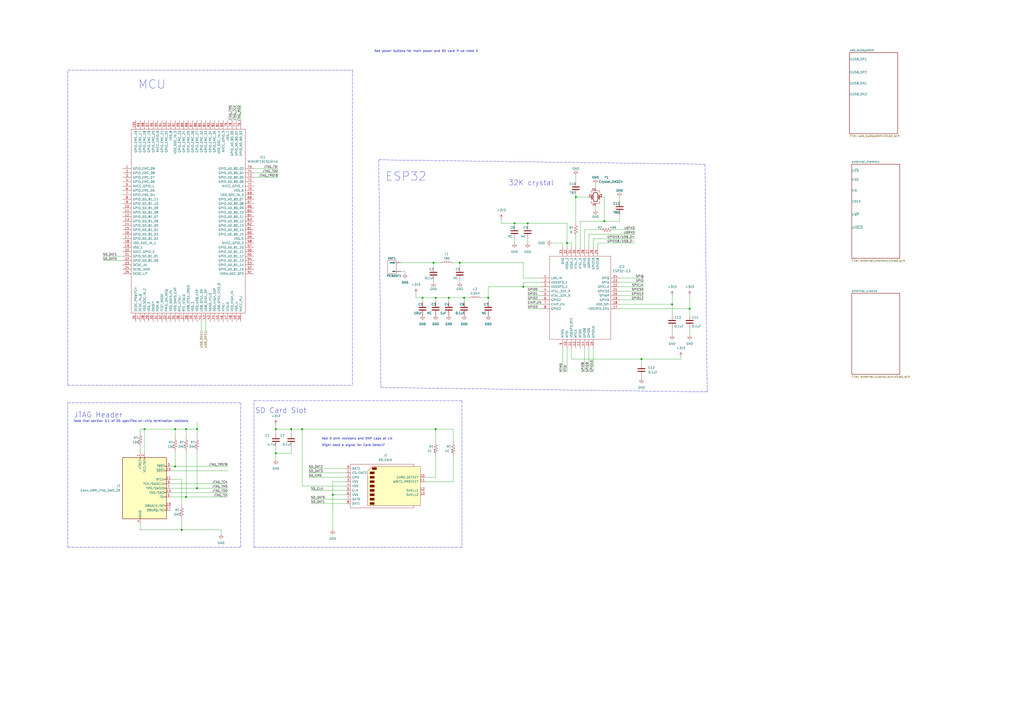
<source format=kicad_sch>
(kicad_sch (version 20211123) (generator eeschema)
  (paper "A2")
  (lib_symbols
    (symbol "Connector:Conn_ARM_JTAG_SWD_20" (pin_names (offset 1.016))
      (property "Reference" "J" (at -5.08 21.59 0))
      (property "Value" "Conn_ARM_JTAG_SWD_20" (at -5.08 19.05 0))
      (symbol "Conn_ARM_JTAG_SWD_20_0_1"
        (rectangle (start -12.7 17.78) (end 12.7 -17.78) (stroke (width 0.254)) (fill (type background)))
        (rectangle (start -2.794 -17.78) (end -2.286 -16.764))
        (rectangle (start -2.794 17.78) (end -2.286 16.764))
        (rectangle (start -0.254 17.78) (end 0.254 16.764))
        (rectangle (start 11.684 2.286) (end 12.7 2.794))
        (rectangle (start 12.7 -12.446) (end 11.684 -12.954))
        (rectangle (start 12.7 -9.906) (end 11.684 -10.414))
        (rectangle (start 12.7 -2.794) (end 11.684 -2.286))
        (rectangle (start 12.7 -0.254) (end 11.684 0.254))
        (rectangle (start 12.7 4.826) (end 11.684 5.334))
        (rectangle (start 12.7 10.414) (end 11.684 9.906))
        (rectangle (start 12.7 12.954) (end 11.684 12.446))
      )
      (symbol "Conn_ARM_JTAG_SWD_20_1_1"
        (rectangle (start 11.684 -5.334) (end 12.7 -4.826))
        (pin power_in line (at -2.54 20.32 270) (length 2.54) (name "VTREF") (number "1"))
        (pin passive line (at -2.54 -20.32 90) (length 2.54) hide (name "GND") (number "10"))
        (pin input line (at 15.24 5.08 180) (length 2.54) (name "RTCK") (number "11"))
        (pin passive line (at -2.54 -20.32 90) (length 2.54) hide (name "GND") (number "12"))
        (pin input line (at 15.24 -2.54 180) (length 2.54) (name "TDO/SWO") (number "13"))
        (pin passive line (at -2.54 -20.32 90) (length 2.54) hide (name "GND") (number "14"))
        (pin bidirectional line (at 15.24 10.16 180) (length 2.54) (name "~{SRST}") (number "15"))
        (pin passive line (at -2.54 -20.32 90) (length 2.54) hide (name "GND") (number "16"))
        (pin output line (at 15.24 -12.7 180) (length 2.54) (name "DBGRQ/NC") (number "17"))
        (pin passive line (at -2.54 -20.32 90) (length 2.54) hide (name "GND") (number "18"))
        (pin input line (at 15.24 -10.16 180) (length 2.54) (name "DBGACK/NC") (number "19"))
        (pin power_in line (at 0 20.32 270) (length 2.54) (name "VCC/NC") (number "2"))
        (pin passive line (at -2.54 -20.32 90) (length 2.54) hide (name "GND") (number "20"))
        (pin output line (at 15.24 12.7 180) (length 2.54) (name "~{TRST}") (number "3"))
        (pin power_in line (at -2.54 -20.32 90) (length 2.54) (name "GND") (number "4"))
        (pin output line (at 15.24 -5.08 180) (length 2.54) (name "TDI") (number "5"))
        (pin passive line (at -2.54 -20.32 90) (length 2.54) hide (name "GND") (number "6"))
        (pin output line (at 15.24 0 180) (length 2.54) (name "TMS/SWDIO") (number "7"))
        (pin passive line (at -2.54 -20.32 90) (length 2.54) hide (name "GND") (number "8"))
        (pin output line (at 15.24 2.54 180) (length 2.54) (name "TCK/SWDCLK") (number "9"))
      )
    )
    (symbol "Connector:SD_Card" (pin_names (offset 1.016))
      (property "Reference" "J" (at -16.51 13.97 0))
      (property "Value" "SD_Card" (at 15.24 -13.97 0))
      (symbol "SD_Card_0_1"
        (rectangle (start -8.89 -9.525) (end -6.35 -10.795) (fill (type outline)))
        (rectangle (start -8.89 -6.985) (end -6.35 -8.255) (fill (type outline)))
        (rectangle (start -8.89 -4.445) (end -6.35 -5.715) (fill (type outline)))
        (rectangle (start -8.89 -1.905) (end -6.35 -3.175) (fill (type outline)))
        (rectangle (start -8.89 0.635) (end -6.35 -0.635) (fill (type outline)))
        (rectangle (start -8.89 3.175) (end -6.35 1.905) (fill (type outline)))
        (rectangle (start -8.89 5.715) (end -6.35 4.445) (fill (type outline)))
        (rectangle (start -8.89 8.255) (end -6.35 6.985) (fill (type outline)))
        (rectangle (start -7.62 10.795) (end -5.08 9.525) (fill (type outline)))
        (polyline (pts (xy -10.16 8.89) (xy -7.62 11.43) (xy 20.32 11.43) (xy 20.32 -11.43) (xy -10.16 -11.43) (xy -10.16 8.89)) (fill (type background)))
        (polyline (pts (xy 16.51 11.43) (xy 16.51 12.7) (xy -20.32 12.7) (xy -20.32 -12.7) (xy 16.51 -12.7) (xy 16.51 -11.43)))
      )
      (symbol "SD_Card_1_1"
        (pin input line (at -22.86 7.62 0) (length 2.54) (name "CD/DAT3") (number "1"))
        (pin input line (at 22.86 5.08 180) (length 2.54) (name "CARD_DETECT") (number "10"))
        (pin input line (at 22.86 2.54 180) (length 2.54) (name "WRITE_PROTECT") (number "11"))
        (pin input line (at 22.86 -2.54 180) (length 2.54) (name "SHELL1") (number "12"))
        (pin input line (at 22.86 -5.08 180) (length 2.54) (name "SHELL2") (number "13"))
        (pin input line (at -22.86 5.08 0) (length 2.54) (name "CMD") (number "2"))
        (pin power_in line (at -22.86 2.54 0) (length 2.54) (name "VSS") (number "3"))
        (pin power_in line (at -22.86 0 0) (length 2.54) (name "VDD") (number "4"))
        (pin input line (at -22.86 -2.54 0) (length 2.54) (name "CLK") (number "5"))
        (pin power_in line (at -22.86 -5.08 0) (length 2.54) (name "VSS") (number "6"))
        (pin input line (at -22.86 -7.62 0) (length 2.54) (name "DAT0") (number "7"))
        (pin input line (at -22.86 -10.16 0) (length 2.54) (name "DAT1") (number "8"))
        (pin input line (at -22.86 10.16 0) (length 2.54) (name "DAT2") (number "9"))
      )
    )
    (symbol "Custom:ANT1"
      (property "Reference" "PCBANT" (at 0 -5.08 0))
      (property "Value" "ANT1" (at 0 5.08 0))
      (symbol "ANT1_0_1"
        (rectangle (start -2.54 3.81) (end 2.54 -3.81))
      )
      (symbol "ANT1_1_1"
        (pin power_in line (at 5.08 -2.54 180) (length 2.54) (name "GND") (number ""))
        (pin output line (at 5.08 2.54 180) (length 2.54) (name "LNA_OUT") (number ""))
      )
    )
    (symbol "Device:C" (pin_numbers hide) (pin_names (offset 0.254))
      (property "Reference" "C" (at 0.635 2.54 0))
      (property "Value" "C" (at 0.635 -2.54 0))
      (symbol "C_0_1"
        (polyline (pts (xy -2.032 -0.762) (xy 2.032 -0.762)) (stroke (width 0.508)))
        (polyline (pts (xy -2.032 0.762) (xy 2.032 0.762)) (stroke (width 0.508)))
      )
      (symbol "C_1_1"
        (pin passive line (at 0 3.81 270) (length 2.794) (name "~") (number "1"))
        (pin passive line (at 0 -3.81 90) (length 2.794) (name "~") (number "2"))
      )
    )
    (symbol "Device:Crystal_GND24" (pin_names (offset 1.016) hide)
      (property "Reference" "Y" (at 3.175 5.08 0))
      (property "Value" "Crystal_GND24" (at 3.175 3.175 0))
      (symbol "Crystal_GND24_0_1"
        (rectangle (start -1.143 2.54) (end 1.143 -2.54) (stroke (width 0.3048)))
        (polyline (pts (xy -2.54 0) (xy -2.032 0)))
        (polyline (pts (xy -2.032 -1.27) (xy -2.032 1.27)) (stroke (width 0.508)))
        (polyline (pts (xy 0 -3.81) (xy 0 -3.556)))
        (polyline (pts (xy 0 3.556) (xy 0 3.81)))
        (polyline (pts (xy 2.032 -1.27) (xy 2.032 1.27)) (stroke (width 0.508)))
        (polyline (pts (xy 2.032 0) (xy 2.54 0)))
        (polyline (pts (xy -2.54 -2.286) (xy -2.54 -3.556) (xy 2.54 -3.556) (xy 2.54 -2.286)))
        (polyline (pts (xy -2.54 2.286) (xy -2.54 3.556) (xy 2.54 3.556) (xy 2.54 2.286)))
      )
      (symbol "Crystal_GND24_1_1"
        (pin passive line (at -3.81 0 0) (length 1.27) (name "1") (number "1"))
        (pin passive line (at 0 5.08 270) (length 1.27) (name "2") (number "2"))
        (pin passive line (at 3.81 0 180) (length 1.27) (name "3") (number "3"))
        (pin passive line (at 0 -5.08 90) (length 1.27) (name "4") (number "4"))
      )
    )
    (symbol "Device:L" (pin_numbers hide) (pin_names (offset 1.016) hide)
      (property "Reference" "L" (at -1.27 0 90))
      (property "Value" "L" (at 1.905 0 90))
      (symbol "L_0_1"
        (arc (start 0 -2.54) (mid 0.635 -1.905) (end 0 -1.27))
        (arc (start 0 -1.27) (mid 0.635 -0.635) (end 0 0))
        (arc (start 0 0) (mid 0.635 0.635) (end 0 1.27))
        (arc (start 0 1.27) (mid 0.635 1.905) (end 0 2.54))
      )
      (symbol "L_1_1"
        (pin passive line (at 0 3.81 270) (length 1.27) (name "1") (number "1"))
        (pin passive line (at 0 -3.81 90) (length 1.27) (name "2") (number "2"))
      )
    )
    (symbol "Device:R_US" (pin_numbers hide) (pin_names (offset 0))
      (property "Reference" "R" (at 2.54 0 90))
      (property "Value" "R_US" (at -2.54 0 90))
      (symbol "R_US_0_1"
        (polyline (pts (xy 0 -2.286) (xy 0 -2.54)))
        (polyline (pts (xy 0 2.286) (xy 0 2.54)))
        (polyline (pts (xy 0 -0.762) (xy 1.016 -1.143) (xy 0 -1.524) (xy -1.016 -1.905) (xy 0 -2.286)))
        (polyline (pts (xy 0 0.762) (xy 1.016 0.381) (xy 0 0) (xy -1.016 -0.381) (xy 0 -0.762)))
        (polyline (pts (xy 0 2.286) (xy 1.016 1.905) (xy 0 1.524) (xy -1.016 1.143) (xy 0 0.762)))
      )
      (symbol "R_US_1_1"
        (pin passive line (at 0 3.81 270) (length 1.27) (name "~") (number "1"))
        (pin passive line (at 0 -3.81 90) (length 1.27) (name "~") (number "2"))
      )
    )
    (symbol "MIMXRT1015CAF4A:MIMXRT1015CAF4A" (pin_names (offset 0.762))
      (property "Reference" "IC" (at 72.39 27.94 0))
      (property "Value" "MIMXRT1015CAF4A" (at 72.39 25.4 0))
      (symbol "MIMXRT1015CAF4A_0_0"
        (pin passive line (at 0 0 0) (length 5.08) (name "GPIO_EMC_09") (number "1"))
        (pin passive line (at 0 -22.86 0) (length 5.08) (name "GPIO_SD_B1_09") (number "10"))
        (pin passive line (at 7.62 27.94 270) (length 5.08) (name "GPIO_EMC_16") (number "100"))
        (pin passive line (at 0 -25.4 0) (length 5.08) (name "GPIO_SD_B1_08") (number "11"))
        (pin passive line (at 0 -27.94 0) (length 5.08) (name "GPIO_SD_B1_07") (number "12"))
        (pin passive line (at 0 -30.48 0) (length 5.08) (name "GPIO_SD_B1_06") (number "13"))
        (pin passive line (at 0 -33.02 0) (length 5.08) (name "GPIO_SD_B1_05") (number "14"))
        (pin passive line (at 0 -35.56 0) (length 5.08) (name "GPIO_SD_B1_04") (number "15"))
        (pin passive line (at 0 -38.1 0) (length 5.08) (name "GPIO_SD_B1_03") (number "16"))
        (pin passive line (at 0 -40.64 0) (length 5.08) (name "GPIO_SD_B1_02") (number "17"))
        (pin passive line (at 0 -43.18 0) (length 5.08) (name "VDD_SOC_IN_1") (number "18"))
        (pin passive line (at 0 -45.72 0) (length 5.08) (name "VSS_1") (number "19"))
        (pin passive line (at 0 -2.54 0) (length 5.08) (name "GPIO_EMC_08") (number "2"))
        (pin passive line (at 0 -48.26 0) (length 5.08) (name "NVCC_GPIO_2") (number "20"))
        (pin passive line (at 0 -50.8 0) (length 5.08) (name "GPIO_SD_B1_01") (number "21"))
        (pin passive line (at 0 -53.34 0) (length 5.08) (name "GPIO_SD_B1_00") (number "22"))
        (pin passive line (at 0 -55.88 0) (length 5.08) (name "DCDC_IN") (number "23"))
        (pin passive line (at 0 -58.42 0) (length 5.08) (name "DCDC_GND") (number "24"))
        (pin passive line (at 0 -60.96 0) (length 5.08) (name "DCDC_LP") (number "25"))
        (pin passive line (at 7.62 -88.9 90) (length 5.08) (name "DCDC_PSWITCH") (number "26"))
        (pin passive line (at 10.16 -88.9 90) (length 5.08) (name "DCDC_IN_Q") (number "27"))
        (pin passive line (at 12.7 -88.9 90) (length 5.08) (name "VDD_SOC_IN_2") (number "28"))
        (pin passive line (at 15.24 -88.9 90) (length 5.08) (name "VSS_2") (number "29"))
        (pin passive line (at 0 -5.08 0) (length 5.08) (name "GPIO_EMC_07") (number "3"))
        (pin passive line (at 17.78 -88.9 90) (length 5.08) (name "ONOFF") (number "30"))
        (pin passive line (at 20.32 -88.9 90) (length 5.08) (name "POR_B") (number "31"))
        (pin passive line (at 22.86 -88.9 90) (length 5.08) (name "TEST_MODE") (number "32"))
        (pin passive line (at 25.4 -88.9 90) (length 5.08) (name "PMIC_ON_REQ") (number "33"))
        (pin passive line (at 27.94 -88.9 90) (length 5.08) (name "VDD_SNVS_IN") (number "34"))
        (pin passive line (at 30.48 -88.9 90) (length 5.08) (name "VDD_SNVS_CAP") (number "35"))
        (pin passive line (at 33.02 -88.9 90) (length 5.08) (name "RTC_XTALI") (number "36"))
        (pin passive line (at 35.56 -88.9 90) (length 5.08) (name "RTC_XTALO") (number "37"))
        (pin passive line (at 38.1 -88.9 90) (length 5.08) (name "USB_OTG1_VBUS") (number "38"))
        (pin passive line (at 40.64 -88.9 90) (length 5.08) (name "VSS_3") (number "39"))
        (pin passive line (at 0 -7.62 0) (length 5.08) (name "GPIO_EMC_06") (number "4"))
        (pin passive line (at 43.18 -88.9 90) (length 5.08) (name "VDD_USB_CAP") (number "40"))
        (pin passive line (at 45.72 -88.9 90) (length 5.08) (name "USB_OTG1_DN") (number "41"))
        (pin passive line (at 48.26 -88.9 90) (length 5.08) (name "USB_OTG1_DP") (number "42"))
        (pin passive line (at 50.8 -88.9 90) (length 5.08) (name "NGND_KEL0") (number "43"))
        (pin passive line (at 53.34 -88.9 90) (length 5.08) (name "VDD_HIGH_CAP") (number "44"))
        (pin passive line (at 55.88 -88.9 90) (length 5.08) (name "USB_OTG1_CHD_B") (number "45"))
        (pin passive line (at 58.42 -88.9 90) (length 5.08) (name "XTALI") (number "46"))
        (pin passive line (at 60.96 -88.9 90) (length 5.08) (name "XTALO") (number "47"))
        (pin passive line (at 63.5 -88.9 90) (length 5.08) (name "VDD_HIGH_IN") (number "48"))
        (pin passive line (at 66.04 -88.9 90) (length 5.08) (name "VSS_4") (number "49"))
        (pin passive line (at 0 -10.16 0) (length 5.08) (name "NVCC_GPIO_1") (number "5"))
        (pin passive line (at 68.58 -88.9 90) (length 5.08) (name "NVCC_PLL") (number "50"))
        (pin passive line (at 76.2 -60.96 180) (length 5.08) (name "VDDA_ADC_3P3") (number "51"))
        (pin passive line (at 76.2 -58.42 180) (length 5.08) (name "GPIO_AD_B1_15") (number "52"))
        (pin passive line (at 76.2 -55.88 180) (length 5.08) (name "GPIO_AD_B1_14") (number "53"))
        (pin passive line (at 76.2 -53.34 180) (length 5.08) (name "GPIO_AD_B1_13") (number "54"))
        (pin passive line (at 76.2 -50.8 180) (length 5.08) (name "GPIO_AD_B1_12") (number "55"))
        (pin passive line (at 76.2 -48.26 180) (length 5.08) (name "GPIO_AD_B1_11") (number "56"))
        (pin passive line (at 76.2 -45.72 180) (length 5.08) (name "GPIO_AD_B1_10") (number "57"))
        (pin passive line (at 76.2 -43.18 180) (length 5.08) (name "NVCC_GPIO_3") (number "58"))
        (pin passive line (at 76.2 -40.64 180) (length 5.08) (name "VSS_5") (number "59"))
        (pin passive line (at 0 -12.7 0) (length 5.08) (name "GPIO_EMC_05") (number "6"))
        (pin passive line (at 76.2 -38.1 180) (length 5.08) (name "GPIO_AD_B0_15") (number "60"))
        (pin passive line (at 76.2 -35.56 180) (length 5.08) (name "GPIO_AD_B0_14") (number "61"))
        (pin passive line (at 76.2 -33.02 180) (length 5.08) (name "GPIO_AD_B0_13") (number "62"))
        (pin passive line (at 76.2 -30.48 180) (length 5.08) (name "GPIO_AD_B0_12") (number "63"))
        (pin passive line (at 76.2 -27.94 180) (length 5.08) (name "GPIO_AD_B0_11") (number "64"))
        (pin passive line (at 76.2 -25.4 180) (length 5.08) (name "GPIO_AD_B0_10") (number "65"))
        (pin passive line (at 76.2 -22.86 180) (length 5.08) (name "GPIO_AD_B0_09") (number "66"))
        (pin passive line (at 76.2 -20.32 180) (length 5.08) (name "GPIO_AD_B0_08") (number "67"))
        (pin passive line (at 76.2 -17.78 180) (length 5.08) (name "GPIO_AD_B0_07") (number "68"))
        (pin passive line (at 76.2 -15.24 180) (length 5.08) (name "VDD_SOC_IN_3") (number "69"))
        (pin passive line (at 0 -15.24 0) (length 5.08) (name "GPIO_EMC_04") (number "7"))
        (pin passive line (at 76.2 -12.7 180) (length 5.08) (name "VSS_6") (number "70"))
        (pin passive line (at 76.2 -10.16 180) (length 5.08) (name "NVCC_GPIO_4") (number "71"))
        (pin passive line (at 76.2 -7.62 180) (length 5.08) (name "GPIO_AD_B0_06") (number "72"))
        (pin passive line (at 76.2 -5.08 180) (length 5.08) (name "GPIO_AD_B0_05") (number "73"))
        (pin passive line (at 76.2 -2.54 180) (length 5.08) (name "GPIO_AD_B0_04") (number "74"))
        (pin passive line (at 76.2 0 180) (length 5.08) (name "GPIO_AD_B0_03") (number "75"))
        (pin passive line (at 68.58 27.94 270) (length 5.08) (name "GPIO_AD_B0_02") (number "76"))
        (pin passive line (at 66.04 27.94 270) (length 5.08) (name "GPIO_AD_B0_01") (number "77"))
        (pin passive line (at 63.5 27.94 270) (length 5.08) (name "GPIO_AD_B0_00") (number "78"))
        (pin passive line (at 60.96 27.94 270) (length 5.08) (name "VSS_7") (number "79"))
        (pin passive line (at 0 -17.78 0) (length 5.08) (name "GPIO_SD_B1_11") (number "8"))
        (pin passive line (at 58.42 27.94 270) (length 5.08) (name "NVCC_GPIO_5") (number "80"))
        (pin passive line (at 55.88 27.94 270) (length 5.08) (name "VDD_SOC_IN_4") (number "81"))
        (pin passive line (at 53.34 27.94 270) (length 5.08) (name "GPIO_EMC_35") (number "82"))
        (pin passive line (at 50.8 27.94 270) (length 5.08) (name "GPIO_EMC_34") (number "83"))
        (pin passive line (at 48.26 27.94 270) (length 5.08) (name "GPIO_EMC_33") (number "84"))
        (pin passive line (at 45.72 27.94 270) (length 5.08) (name "GPIO_EMC_32") (number "85"))
        (pin passive line (at 43.18 27.94 270) (length 5.08) (name "GPIO_EMC_27") (number "86"))
        (pin passive line (at 40.64 27.94 270) (length 5.08) (name "GPIO_EMC_26") (number "87"))
        (pin passive line (at 38.1 27.94 270) (length 5.08) (name "GPIO_EMC_25") (number "88"))
        (pin passive line (at 35.56 27.94 270) (length 5.08) (name "GPIO_EMC_24") (number "89"))
        (pin passive line (at 0 -20.32 0) (length 5.08) (name "GPIO_SD_B1_10") (number "9"))
        (pin passive line (at 33.02 27.94 270) (length 5.08) (name "GPIO_EMC_23") (number "90"))
        (pin passive line (at 30.48 27.94 270) (length 5.08) (name "VDD_SOC_IN_5") (number "91"))
        (pin passive line (at 27.94 27.94 270) (length 5.08) (name "VSS_8") (number "92"))
        (pin passive line (at 25.4 27.94 270) (length 5.08) (name "GPIO_EMC_22") (number "93"))
        (pin passive line (at 22.86 27.94 270) (length 5.08) (name "GPIO_EMC_21") (number "94"))
        (pin passive line (at 20.32 27.94 270) (length 5.08) (name "NVCC_GPIO_6") (number "95"))
        (pin passive line (at 17.78 27.94 270) (length 5.08) (name "GPIO_EMC_20") (number "96"))
        (pin passive line (at 15.24 27.94 270) (length 5.08) (name "GPIO_EMC_19") (number "97"))
        (pin passive line (at 12.7 27.94 270) (length 5.08) (name "GPIO_EMC_18") (number "98"))
        (pin passive line (at 10.16 27.94 270) (length 5.08) (name "GPIO_EMC_17") (number "99"))
      )
      (symbol "MIMXRT1015CAF4A_0_1"
        (polyline (pts (xy 5.08 22.86) (xy 71.12 22.86) (xy 71.12 -83.82) (xy 5.08 -83.82) (xy 5.08 22.86)) (stroke (width 0.1524)))
      )
    )
    (symbol "SamacSys_Parts:ESP32-C3" (pin_names (offset 0.762))
      (property "Reference" "IC" (at 41.91 17.78 0))
      (property "Value" "ESP32-C3" (at 41.91 15.24 0))
      (symbol "ESP32-C3_0_0"
        (pin passive line (at 0 0 0) (length 5.08) (name "LNA_IN") (number "1"))
        (pin passive line (at 15.24 -40.64 90) (length 5.08) (name "MTDI") (number "10"))
        (pin passive line (at 17.78 -40.64 90) (length 5.08) (name "VDD3P3_RTC") (number "11"))
        (pin passive line (at 20.32 -40.64 90) (length 5.08) (name "MTCK") (number "12"))
        (pin passive line (at 22.86 -40.64 90) (length 5.08) (name "MTDO") (number "13"))
        (pin passive line (at 25.4 -40.64 90) (length 5.08) (name "GPIO8") (number "14"))
        (pin passive line (at 27.94 -40.64 90) (length 5.08) (name "GPIO9") (number "15"))
        (pin passive line (at 30.48 -40.64 90) (length 5.08) (name "GPIO10") (number "16"))
        (pin passive line (at 45.72 -17.78 180) (length 5.08) (name "VDD3P3_CPU") (number "17"))
        (pin passive line (at 45.72 -15.24 180) (length 5.08) (name "VDD_SPI") (number "18"))
        (pin passive line (at 45.72 -12.7 180) (length 5.08) (name "SPIHD") (number "19"))
        (pin passive line (at 0 -2.54 0) (length 5.08) (name "VDD3P3_1") (number "2"))
        (pin passive line (at 45.72 -10.16 180) (length 5.08) (name "SPIWP") (number "20"))
        (pin passive line (at 45.72 -7.62 180) (length 5.08) (name "SPICS0") (number "21"))
        (pin passive line (at 45.72 -5.08 180) (length 5.08) (name "SPICLK") (number "22"))
        (pin passive line (at 45.72 -2.54 180) (length 5.08) (name "SPID") (number "23"))
        (pin passive line (at 45.72 0 180) (length 5.08) (name "SPIQ") (number "24"))
        (pin passive line (at 33.02 17.78 270) (length 5.08) (name "GPIO18") (number "25"))
        (pin passive line (at 30.48 17.78 270) (length 5.08) (name "GPIO19") (number "26"))
        (pin passive line (at 27.94 17.78 270) (length 5.08) (name "U0RXD") (number "27"))
        (pin passive line (at 25.4 17.78 270) (length 5.08) (name "U0TXD") (number "28"))
        (pin passive line (at 22.86 17.78 270) (length 5.08) (name "XTAL_N") (number "29"))
        (pin passive line (at 0 -5.08 0) (length 5.08) (name "VDD3P3_2") (number "3"))
        (pin passive line (at 20.32 17.78 270) (length 5.08) (name "XTAL_P") (number "30"))
        (pin passive line (at 17.78 17.78 270) (length 5.08) (name "VDDA_1") (number "31"))
        (pin passive line (at 15.24 17.78 270) (length 5.08) (name "VDDA_2") (number "32"))
        (pin passive line (at 12.7 17.78 270) (length 5.08) (name "GND") (number "33"))
        (pin passive line (at 0 -7.62 0) (length 5.08) (name "XTAL_32K_P") (number "4"))
        (pin passive line (at 0 -10.16 0) (length 5.08) (name "XTAL_32K_N") (number "5"))
        (pin passive line (at 0 -12.7 0) (length 5.08) (name "GPIO2") (number "6"))
        (pin passive line (at 0 -15.24 0) (length 5.08) (name "CHIP_EN") (number "7"))
        (pin passive line (at 0 -17.78 0) (length 5.08) (name "GPIO3") (number "8"))
        (pin passive line (at 12.7 -40.64 90) (length 5.08) (name "MTMS") (number "9"))
      )
      (symbol "ESP32-C3_0_1"
        (polyline (pts (xy 5.08 12.7) (xy 40.64 12.7) (xy 40.64 -35.56) (xy 5.08 -35.56) (xy 5.08 12.7)) (stroke (width 0.1524)))
      )
    )
    (symbol "power:+3.3V" (power) (pin_names (offset 0))
      (property "Value" "+3.3V" (at 0 3.556 0))
      (symbol "+3.3V_0_1"
        (polyline (pts (xy -0.762 1.27) (xy 0 2.54)))
        (polyline (pts (xy 0 0) (xy 0 2.54)))
        (polyline (pts (xy 0 2.54) (xy 0.762 1.27)))
      )
      (symbol "+3.3V_1_1"
        (pin power_in line (at 0 0 90) (length 0) hide (name "+3V3") (number "1"))
      )
    )
    (symbol "power:GND" (power) (pin_names (offset 0))
      (property "Value" "GND" (at 0 -3.81 0))
      (symbol "GND_0_1"
        (polyline (pts (xy 0 0) (xy 0 -1.27) (xy 1.27 -1.27) (xy 0 -2.54) (xy -1.27 -1.27) (xy 0 -1.27)))
      )
      (symbol "GND_1_1"
        (pin power_in line (at 0 0 270) (length 0) hide (name "GND") (number "1"))
      )
    )
  )
  (junction (at 160.02 262.89))
  (junction (at 350.52 128.27))
  (junction (at 114.3 283.21))
  (junction (at 107.95 288.29))
  (junction (at 105.41 307.34))
  (junction (at 372.11 208.28))
  (junction (at 193.04 287.02))
  (junction (at 328.93 140.97))
  (junction (at 245.11 172.72))
  (junction (at 252.73 172.72))
  (junction (at 101.6 248.92))
  (junction (at 101.6 270.51))
  (junction (at 251.46 152.4))
  (junction (at 175.26 248.92))
  (junction (at 114.3 248.92))
  (junction (at 107.95 248.92))
  (junction (at 168.91 248.92))
  (junction (at 334.01 114.3))
  (junction (at 298.45 129.54))
  (junction (at 260.35 172.72))
  (junction (at 83.82 248.92))
  (junction (at 400.05 179.07))
  (junction (at 252.73 248.92))
  (junction (at 306.07 129.54))
  (junction (at 389.89 176.53))
  (junction (at 303.53 166.37))
  (junction (at 283.21 172.72))
  (junction (at 266.7 152.4))
  (junction (at 269.24 172.72))
  (junction (at 160.02 248.92))
  (wire (pts (xy 99.06 273.05) (xy 132.08 273.05)))
  (wire (pts (xy 350.52 114.3) (xy 349.25 114.3)))
  (wire (pts (xy 303.53 166.37) (xy 283.21 166.37)))
  (wire (pts (xy 241.3 170.18) (xy 241.3 172.72)))
  (wire (pts (xy 344.17 138.43) (xy 368.3 138.43)))
  (wire (pts (xy 339.09 143.51) (xy 339.09 133.35)))
  (wire (pts (xy 266.7 152.4) (xy 266.7 154.94)))
  (wire (pts (xy 303.53 163.83) (xy 313.69 163.83)))
  (wire (pts (xy 179.07 271.78) (xy 200.66 271.78)))
  (wire (pts (xy 101.6 261.62) (xy 101.6 270.51)))
  (wire (pts (xy 260.35 175.26) (xy 260.35 172.72)))
  (wire (pts (xy 298.45 129.54) (xy 298.45 130.81)))
  (wire (pts (xy 331.47 208.28) (xy 372.11 208.28)))
  (wire (pts (xy 313.69 161.29) (xy 303.53 161.29)))
  (wire (pts (xy 359.41 173.99) (xy 373.38 173.99)))
  (wire (pts (xy 359.41 114.3) (xy 359.41 116.84)))
  (wire (pts (xy 350.52 128.27) (xy 350.52 114.3)))
  (wire (pts (xy 83.82 248.92) (xy 101.6 248.92)))
  (wire (pts (xy 269.24 172.72) (xy 271.78 172.72)))
  (wire (pts (xy 252.73 248.92) (xy 262.89 248.92)))
  (wire (pts (xy 114.3 248.92) (xy 114.3 254)))
  (wire (pts (xy 400.05 179.07) (xy 400.05 182.88)))
  (wire (pts (xy 147.32 97.79) (xy 161.29 97.79)))
  (wire (pts (xy 346.71 140.97) (xy 368.3 140.97)))
  (wire (pts (xy 328.93 201.93) (xy 328.93 215.9)))
  (wire (pts (xy 372.11 208.28) (xy 394.97 208.28)))
  (wire (pts (xy 116.84 186.69) (xy 116.84 191.77)))
  (wire (pts (xy 303.53 166.37) (xy 313.69 166.37)))
  (wire (pts (xy 119.38 186.69) (xy 119.38 191.77)))
  (wire (pts (xy 389.89 190.5) (xy 389.89 194.31)))
  (wire (pts (xy 59.69 148.59) (xy 71.12 148.59)))
  (wire (pts (xy 306.07 179.07) (xy 313.69 179.07)))
  (wire (pts (xy 193.04 287.02) (xy 193.04 307.34)))
  (wire (pts (xy 193.04 279.4) (xy 193.04 287.02)))
  (wire (pts (xy 101.6 248.92) (xy 107.95 248.92)))
  (wire (pts (xy 180.34 284.48) (xy 200.66 284.48)))
  (wire (pts (xy 372.11 219.71) (xy 372.11 218.44)))
  (wire (pts (xy 262.89 264.16) (xy 262.89 279.4)))
  (polyline (pts (xy 39.37 223.52) (xy 204.47 223.52)))
  (wire (pts (xy 298.45 129.54) (xy 306.07 129.54)))
  (wire (pts (xy 334.01 113.03) (xy 334.01 114.3)))
  (wire (pts (xy 105.41 278.13) (xy 105.41 293.37)))
  (wire (pts (xy 346.71 143.51) (xy 346.71 140.97)))
  (wire (pts (xy 245.11 175.26) (xy 245.11 172.72)))
  (wire (pts (xy 251.46 162.56) (xy 251.46 163.83)))
  (wire (pts (xy 320.04 140.97) (xy 326.39 140.97)))
  (polyline (pts (xy 147.32 317.5) (xy 267.97 317.5)))
  (wire (pts (xy 306.07 168.91) (xy 313.69 168.91)))
  (wire (pts (xy 339.09 201.93) (xy 339.09 215.9)))
  (wire (pts (xy 326.39 201.93) (xy 326.39 215.9)))
  (wire (pts (xy 168.91 259.08) (xy 168.91 262.89)))
  (wire (pts (xy 290.83 127) (xy 290.83 129.54)))
  (wire (pts (xy 160.02 248.92) (xy 168.91 248.92)))
  (wire (pts (xy 175.26 248.92) (xy 175.26 281.94)))
  (wire (pts (xy 252.73 264.16) (xy 252.73 276.86)))
  (polyline (pts (xy 39.37 233.68) (xy 139.7 233.68)))
  (polyline (pts (xy 39.37 317.5) (xy 139.7 317.5)))
  (polyline (pts (xy 204.47 40.64) (xy 204.47 223.52)))
  (wire (pts (xy 114.3 245.11) (xy 114.3 248.92)))
  (wire (pts (xy 81.28 259.08) (xy 81.28 262.89)))
  (wire (pts (xy 298.45 138.43) (xy 298.45 140.97)))
  (wire (pts (xy 200.66 281.94) (xy 175.26 281.94)))
  (wire (pts (xy 246.38 276.86) (xy 252.73 276.86)))
  (wire (pts (xy 105.41 300.99) (xy 105.41 307.34)))
  (wire (pts (xy 147.32 100.33) (xy 161.29 100.33)))
  (wire (pts (xy 251.46 152.4) (xy 255.27 152.4)))
  (wire (pts (xy 81.28 307.34) (xy 105.41 307.34)))
  (polyline (pts (xy 147.32 317.5) (xy 147.32 232.41)))
  (wire (pts (xy 290.83 129.54) (xy 298.45 129.54)))
  (wire (pts (xy 266.7 152.4) (xy 303.53 152.4)))
  (wire (pts (xy 160.02 248.92) (xy 160.02 251.46)))
  (wire (pts (xy 81.28 248.92) (xy 83.82 248.92)))
  (polyline (pts (xy 139.7 317.5) (xy 139.7 233.68)))
  (wire (pts (xy 328.93 140.97) (xy 328.93 143.51)))
  (wire (pts (xy 260.35 172.72) (xy 269.24 172.72)))
  (wire (pts (xy 180.34 292.1) (xy 200.66 292.1)))
  (wire (pts (xy 59.69 151.13) (xy 71.12 151.13)))
  (wire (pts (xy 344.17 143.51) (xy 344.17 138.43)))
  (wire (pts (xy 334.01 114.3) (xy 341.63 114.3)))
  (wire (pts (xy 355.6 133.35) (xy 368.3 133.35)))
  (wire (pts (xy 245.11 172.72) (xy 252.73 172.72)))
  (wire (pts (xy 334.01 129.54) (xy 334.01 114.3)))
  (wire (pts (xy 394.97 207.01) (xy 394.97 208.28)))
  (wire (pts (xy 246.38 279.4) (xy 262.89 279.4)))
  (wire (pts (xy 139.7 60.96) (xy 139.7 69.85)))
  (wire (pts (xy 99.06 278.13) (xy 105.41 278.13)))
  (wire (pts (xy 341.63 135.89) (xy 341.63 143.51)))
  (wire (pts (xy 107.95 261.62) (xy 107.95 288.29)))
  (wire (pts (xy 107.95 248.92) (xy 114.3 248.92)))
  (wire (pts (xy 359.41 168.91) (xy 373.38 168.91)))
  (polyline (pts (xy 410.21 227.33) (xy 408.94 95.25)))
  (wire (pts (xy 160.02 262.89) (xy 160.02 259.08)))
  (wire (pts (xy 107.95 288.29) (xy 132.08 288.29)))
  (wire (pts (xy 168.91 248.92) (xy 175.26 248.92)))
  (polyline (pts (xy 39.37 40.64) (xy 204.47 40.64)))
  (wire (pts (xy 306.07 171.45) (xy 313.69 171.45)))
  (wire (pts (xy 331.47 143.51) (xy 331.47 140.97)))
  (wire (pts (xy 168.91 248.92) (xy 168.91 251.46)))
  (wire (pts (xy 334.01 101.6) (xy 334.01 105.41)))
  (wire (pts (xy 128.27 307.34) (xy 128.27 309.88)))
  (wire (pts (xy 359.41 176.53) (xy 389.89 176.53)))
  (wire (pts (xy 283.21 166.37) (xy 283.21 172.72)))
  (wire (pts (xy 372.11 210.82) (xy 372.11 208.28)))
  (wire (pts (xy 359.41 161.29) (xy 373.38 161.29)))
  (wire (pts (xy 336.55 143.51) (xy 336.55 128.27)))
  (wire (pts (xy 252.73 172.72) (xy 260.35 172.72)))
  (wire (pts (xy 252.73 175.26) (xy 252.73 172.72)))
  (wire (pts (xy 389.89 176.53) (xy 389.89 182.88)))
  (wire (pts (xy 359.41 163.83) (xy 373.38 163.83)))
  (wire (pts (xy 232.41 152.4) (xy 251.46 152.4)))
  (wire (pts (xy 101.6 248.92) (xy 101.6 254)))
  (wire (pts (xy 344.17 201.93) (xy 344.17 215.9)))
  (wire (pts (xy 232.41 157.48) (xy 234.95 157.48)))
  (wire (pts (xy 200.66 279.4) (xy 193.04 279.4)))
  (wire (pts (xy 266.7 162.56) (xy 266.7 163.83)))
  (wire (pts (xy 341.63 201.93) (xy 341.63 215.9)))
  (wire (pts (xy 251.46 154.94) (xy 251.46 152.4)))
  (wire (pts (xy 350.52 128.27) (xy 359.41 128.27)))
  (wire (pts (xy 241.3 172.72) (xy 245.11 172.72)))
  (wire (pts (xy 99.06 270.51) (xy 101.6 270.51)))
  (wire (pts (xy 200.66 287.02) (xy 193.04 287.02)))
  (wire (pts (xy 81.28 251.46) (xy 81.28 248.92)))
  (wire (pts (xy 160.02 262.89) (xy 160.02 266.7)))
  (wire (pts (xy 234.95 157.48) (xy 234.95 158.75)))
  (wire (pts (xy 331.47 140.97) (xy 328.93 140.97)))
  (wire (pts (xy 160.02 246.38) (xy 160.02 248.92)))
  (wire (pts (xy 279.4 172.72) (xy 283.21 172.72)))
  (wire (pts (xy 359.41 171.45) (xy 373.38 171.45)))
  (polyline (pts (xy 39.37 233.68) (xy 39.37 317.5)))
  (wire (pts (xy 303.53 161.29) (xy 303.53 152.4)))
  (wire (pts (xy 345.44 106.68) (xy 345.44 109.22)))
  (wire (pts (xy 262.89 248.92) (xy 262.89 256.54)))
  (polyline (pts (xy 220.98 224.79) (xy 410.21 227.33)))
  (wire (pts (xy 306.07 176.53) (xy 313.69 176.53)))
  (wire (pts (xy 331.47 201.93) (xy 331.47 208.28)))
  (wire (pts (xy 134.62 60.96) (xy 134.62 69.85)))
  (wire (pts (xy 137.16 60.96) (xy 137.16 69.85)))
  (wire (pts (xy 359.41 124.46) (xy 359.41 128.27)))
  (wire (pts (xy 328.93 140.97) (xy 328.93 129.54)))
  (polyline (pts (xy 147.32 232.41) (xy 267.97 232.41)))
  (wire (pts (xy 147.32 102.87) (xy 161.29 102.87)))
  (wire (pts (xy 345.44 119.38) (xy 345.44 121.92)))
  (wire (pts (xy 306.07 138.43) (xy 306.07 140.97)))
  (wire (pts (xy 107.95 248.92) (xy 107.95 254)))
  (wire (pts (xy 81.28 303.53) (xy 81.28 307.34)))
  (wire (pts (xy 252.73 248.92) (xy 252.73 256.54)))
  (wire (pts (xy 326.39 143.51) (xy 326.39 140.97)))
  (wire (pts (xy 114.3 283.21) (xy 132.08 283.21)))
  (wire (pts (xy 83.82 262.89) (xy 83.82 248.92)))
  (wire (pts (xy 175.26 248.92) (xy 252.73 248.92)))
  (wire (pts (xy 114.3 261.62) (xy 114.3 283.21)))
  (wire (pts (xy 400.05 171.45) (xy 400.05 179.07)))
  (polyline (pts (xy 267.97 232.41) (xy 267.97 317.5)))
  (wire (pts (xy 101.6 270.51) (xy 132.08 270.51)))
  (polyline (pts (xy 408.94 95.25) (xy 219.71 92.71)))
  (wire (pts (xy 168.91 262.89) (xy 160.02 262.89)))
  (wire (pts (xy 400.05 190.5) (xy 400.05 194.31)))
  (wire (pts (xy 359.41 179.07) (xy 400.05 179.07)))
  (wire (pts (xy 336.55 128.27) (xy 350.52 128.27)))
  (wire (pts (xy 99.06 280.67) (xy 132.08 280.67)))
  (polyline (pts (xy 219.71 92.71) (xy 220.98 224.79)))
  (wire (pts (xy 269.24 175.26) (xy 269.24 172.72)))
  (wire (pts (xy 179.07 274.32) (xy 200.66 274.32)))
  (wire (pts (xy 105.41 307.34) (xy 128.27 307.34)))
  (wire (pts (xy 283.21 175.26) (xy 283.21 172.72)))
  (wire (pts (xy 303.53 163.83) (xy 303.53 166.37)))
  (wire (pts (xy 306.07 129.54) (xy 306.07 130.81)))
  (wire (pts (xy 99.06 288.29) (xy 107.95 288.29)))
  (wire (pts (xy 341.63 135.89) (xy 368.3 135.89)))
  (wire (pts (xy 334.01 137.16) (xy 334.01 143.51)))
  (wire (pts (xy 262.89 152.4) (xy 266.7 152.4)))
  (wire (pts (xy 339.09 133.35) (xy 347.98 133.35)))
  (wire (pts (xy 99.06 283.21) (xy 114.3 283.21)))
  (wire (pts (xy 389.89 171.45) (xy 389.89 176.53)))
  (wire (pts (xy 179.07 276.86) (xy 200.66 276.86)))
  (wire (pts (xy 359.41 166.37) (xy 373.38 166.37)))
  (wire (pts (xy 306.07 173.99) (xy 313.69 173.99)))
  (wire (pts (xy 180.34 289.56) (xy 200.66 289.56)))
  (polyline (pts (xy 39.37 223.52) (xy 39.37 40.64)))
  (wire (pts (xy 306.07 129.54) (xy 328.93 129.54)))
  (wire (pts (xy 99.06 285.75) (xy 132.08 285.75)))
  (text "JTAG Header" (at 71.12 242.57 180) (effects (font (size 3 3)) (justify right bottom)))
  (text "Add power buttons for main power and SD card if we need it" (at 217.17 30.48 0) (effects (font (size 1.27 1.27)) (justify left bottom)))
  (text "ESP32\n" (at 223.52 105.41 0) (effects (font (size 5 5)) (justify left bottom)))
  (text "32K crystal" (at 321.31 107.95 180) (effects (font (size 3 3)) (justify right bottom)))
  (text "SD Card Slot\n" (at 177.8 240.03 180) (effects (font (size 3 3)) (justify right bottom)))
  (text "Might need a signal for Card Detect?" (at 186.69 259.08 0) (effects (font (size 1.27 1.27)) (justify left bottom)))
  (text "MCU\n" (at 80.01 52.07 0) (effects (font (size 5 5)) (justify left bottom)))
  (text "Add 0 ohm resistors and DNP caps at clk\n" (at 186.69 255.27 0) (effects (font (size 1.27 1.27)) (justify left bottom)))
  (text "Note that section 3.1 of DS specifies on-chip termination resistors" (at 109.22 245.11 0) (effects (font (size 1.27 1.27)) (justify right bottom)))
  (label "JTAG_TMS" (at 134.62 60.96 270))
  (label "SD_DAT3" (at 179.07 274.32 0))
  (label "SPICLK" (at 373.38 166.37 180))
  (label "JTAG_TDI" (at 132.08 288.29 180))
  (label "MTMS" (at 326.39 215.9 90))
  (label "MTDI" (at 328.93 215.9 90))
  (label "GPIO10" (at 344.17 215.9 90))
  (label "JTAG_TCK" (at 137.16 60.96 270))
  (label "SPICS0" (at 373.38 168.91 180))
  (label "U0TXD" (at 368.3 133.35 180))
  (label "JTAG_TDI" (at 161.29 97.79 180))
  (label "JTAG_TRSTB" (at 132.08 270.51 180))
  (label "GPIO1" (at 306.07 171.45 0))
  (label "SD_DAT2" (at 179.07 271.78 0))
  (label "JTAG_TCK" (at 132.08 280.67 180))
  (label "SD_CLK" (at 180.34 284.48 0))
  (label "SD_CMD" (at 179.07 276.86 0))
  (label "GPIO19{slash}USB_D+" (at 368.3 138.43 180))
  (label "GPIO13" (at 373.38 171.45 180))
  (label "SD_DAT1" (at 59.69 148.59 0))
  (label "GPIO2" (at 306.07 173.99 0))
  (label "SD_DAT1" (at 180.34 292.1 0))
  (label "JTAG_TRSTB" (at 161.29 102.87 180))
  (label "GPIO9" (at 341.63 215.9 90))
  (label "JTAG_TDO" (at 132.08 285.75 180))
  (label "SD_DAT0" (at 59.69 151.13 0))
  (label "GPIO18{slash}USB_D-" (at 368.3 140.97 180))
  (label "U0RXD" (at 368.3 135.89 180))
  (label "SD_DAT0" (at 180.34 289.56 0))
  (label "GPIO0" (at 306.07 168.91 0))
  (label "GPIO8" (at 339.09 215.9 90))
  (label "GPIO3" (at 306.07 179.07 0))
  (label "JTAG_TMS" (at 132.08 283.21 180))
  (label "SPIQ" (at 373.38 161.29 180))
  (label "JTAG_TDO" (at 161.29 100.33 180))
  (label "GPIO12" (at 373.38 173.99 180))
  (label "SPID" (at 373.38 163.83 180))
  (label "CHIP_EN" (at 306.07 176.53 0))
  (label "JTAG_MOD" (at 139.7 60.96 270))
  (hierarchical_label "USB_DP1" (shape input) (at 119.38 191.77 270))
  (hierarchical_label "USB_DN1" (shape input) (at 116.84 191.77 270))
  (symbol (lib_id "Device:C") (at 269.24 179.07 0) (unit 1)
    (property "Reference" "C6" (at 266.7 176.53 0) (effects (justify left)))
    (property "Value" "0.1uF" (at 264.16 181.61 0) (effects (justify left)))
  )
  (symbol (lib_id "power:GND") (at 345.44 106.68 0) (mirror x) (unit 1)
    (property "Reference" "#PWR015" (effects hide))
    (property "Value" "GND" (at 345.44 102.87 0))
  )
  (symbol (lib_id "Device:C") (at 168.91 255.27 0) (unit 1)
    (property "Reference" "C?" (at 162.56 252.73 0) (effects (justify left)))
    (property "Value" "0.1uF" (at 163.83 257.81 0) (effects (justify left)))
  )
  (symbol (lib_id "Device:C") (at 359.41 120.65 0) (unit 1)
    (property "Reference" "C11" (at 355.6 118.11 0) (effects (justify left)))
    (property "Value" "TBD" (at 355.6 123.19 0) (effects (justify left)))
  )
  (symbol (lib_id "power:GND") (at 252.73 182.88 0) (unit 1)
    (property "Reference" "#PWR05" (effects hide))
    (property "Value" "GND" (at 252.73 187.96 0))
  )
  (symbol (lib_id "power:+3.3V") (at 389.89 171.45 0) (unit 1)
    (property "Reference" "#PWR019" (effects hide))
    (property "Value" "+3.3V" (at 389.89 166.37 0))
  )
  (symbol (lib_id "Custom:ANT1") (at 227.33 154.94 0) (unit 1)
    (property "Reference" "PCBANT1" (at 228.6 160.02 0))
    (property "Value" "ANT1" (at 227.33 149.86 0))
  )
  (symbol (lib_id "Device:C") (at 252.73 179.07 0) (unit 1)
    (property "Reference" "C3" (at 250.19 176.53 0) (effects (justify left)))
    (property "Value" "NC" (at 247.65 181.61 0) (effects (justify left)))
  )
  (symbol (lib_id "power:GND") (at 320.04 140.97 270) (unit 1)
    (property "Reference" "#PWR013" (effects hide))
    (property "Value" "GND" (at 316.23 140.9699 90) (effects (justify right)))
  )
  (symbol (lib_id "Connector:Conn_ARM_JTAG_SWD_20") (at 83.82 283.21 0) (unit 1)
    (property "Reference" "J?" (at 69.85 281.9399 0) (effects (justify right)))
    (property "Value" "Conn_ARM_JTAG_SWD_20" (at 69.85 284.4799 0) (effects (justify right)))
    (property "Datasheet" "http://infocenter.arm.com/help/topic/com.arm.doc.dui0499b/DUI0499B_system_design_reference.pdf" (effects hide))
  )
  (symbol (lib_id "power:GND") (at 160.02 266.7 0) (unit 1)
    (property "Reference" "#PWR?" (effects hide))
    (property "Value" "GND" (at 160.02 271.78 0))
  )
  (symbol (lib_id "Device:C") (at 266.7 158.75 0) (unit 1)
    (property "Reference" "C5" (at 264.16 156.21 0) (effects (justify left)))
    (property "Value" "NC" (at 262.89 161.29 0) (effects (justify left)))
  )
  (symbol (lib_id "power:GND") (at 389.89 194.31 0) (unit 1)
    (property "Reference" "#PWR020" (effects hide))
    (property "Value" "GND" (at 389.89 199.39 0))
  )
  (symbol (lib_id "Connector:SD_Card") (at 223.52 281.94 0) (unit 1)
    (property "Reference" "J?" (at 223.52 264.16 0))
    (property "Value" "SD_Card" (at 223.52 266.7 0))
    (property "Datasheet" "http://portal.fciconnect.com/Comergent//fci/drawing/10067847.pdf" (effects hide))
  )
  (symbol (lib_id "Device:C") (at 251.46 158.75 0) (unit 1)
    (property "Reference" "C2" (at 248.92 156.21 0) (effects (justify left)))
    (property "Value" "0.1uF" (at 246.38 161.29 0) (effects (justify left)))
  )
  (symbol (lib_id "Device:R_US") (at 334.01 133.35 0) (unit 1)
    (property "Reference" "R1" (at 331.47 132.08 0))
    (property "Value" "0" (at 331.47 134.62 0))
  )
  (symbol (lib_id "Device:L") (at 275.59 172.72 90) (unit 1)
    (property "Reference" "L2" (at 275.59 167.64 90))
    (property "Value" "2.0nH" (at 275.59 170.18 90))
  )
  (symbol (lib_id "power:GND") (at 128.27 309.88 0) (unit 1)
    (property "Reference" "#PWR?" (effects hide))
    (property "Value" "GND" (at 128.27 314.96 0))
  )
  (symbol (lib_id "Device:C") (at 245.11 179.07 0) (unit 1)
    (property "Reference" "C1" (at 242.57 176.53 0) (effects (justify left)))
    (property "Value" "10uF" (at 240.03 181.61 0) (effects (justify left)))
  )
  (symbol (lib_id "Device:C") (at 283.21 179.07 0) (unit 1)
    (property "Reference" "C7" (at 280.67 176.53 0) (effects (justify left)))
    (property "Value" "NC" (at 279.4 181.61 0) (effects (justify left)))
  )
  (symbol (lib_id "power:GND") (at 306.07 140.97 0) (unit 1)
    (property "Reference" "#PWR012" (effects hide))
    (property "Value" "GND" (at 306.07 146.05 0))
  )
  (symbol (lib_id "Device:R_US") (at 262.89 260.35 0) (unit 1)
    (property "Reference" "R?" (at 260.35 259.08 0))
    (property "Value" "1K ?" (at 260.35 261.62 0))
  )
  (symbol (lib_id "Device:R_US") (at 107.95 257.81 0) (unit 1)
    (property "Reference" "R?" (at 105.41 256.54 0))
    (property "Value" "DNP" (at 105.41 259.08 0))
  )
  (symbol (lib_id "power:GND") (at 359.41 114.3 0) (mirror x) (unit 1)
    (property "Reference" "#PWR017" (effects hide))
    (property "Value" "GND" (at 359.41 110.49 0))
  )
  (symbol (lib_id "Device:R_US") (at 105.41 297.18 0) (unit 1)
    (property "Reference" "R?" (at 102.87 295.91 0))
    (property "Value" "DNP" (at 102.87 298.45 0))
  )
  (symbol (lib_id "power:GND") (at 269.24 182.88 0) (unit 1)
    (property "Reference" "#PWR08" (effects hide))
    (property "Value" "GND" (at 269.24 187.96 0))
  )
  (symbol (lib_id "power:GND") (at 400.05 194.31 0) (unit 1)
    (property "Reference" "#PWR023" (effects hide))
    (property "Value" "GND" (at 400.05 199.39 0))
  )
  (symbol (lib_id "power:GND") (at 345.44 121.92 0) (unit 1)
    (property "Reference" "#PWR016" (effects hide))
    (property "Value" "GND" (at 345.44 125.73 0))
  )
  (symbol (lib_id "Device:R_US") (at 101.6 257.81 0) (unit 1)
    (property "Reference" "R?" (at 99.06 256.54 0))
    (property "Value" "100" (at 99.06 259.08 0))
  )
  (symbol (lib_id "power:GND") (at 260.35 182.88 0) (unit 1)
    (property "Reference" "#PWR06" (effects hide))
    (property "Value" "GND" (at 260.35 187.96 0))
  )
  (symbol (lib_id "Device:C") (at 400.05 186.69 0) (unit 1)
    (property "Reference" "C14" (at 401.32 184.15 0) (effects (justify left)))
    (property "Value" "0.1uF" (at 401.32 189.23 0) (effects (justify left)))
  )
  (symbol (lib_id "Device:C") (at 389.89 186.69 0) (unit 1)
    (property "Reference" "C13" (at 391.16 184.15 0) (effects (justify left)))
    (property "Value" "0.1uF" (at 391.16 189.23 0) (effects (justify left)))
  )
  (symbol (lib_id "SamacSys_Parts:ESP32-C3") (at 313.69 161.29 0) (unit 1)
    (property "Reference" "IC2" (at 360.68 154.7112 0))
    (property "Value" "ESP32-C3" (at 360.68 157.2512 0))
    (property "Footprint" "QFN50P500X500X90-33N-D" (effects hide))
    (property "Datasheet" "https://www.espressif.com/sites/default/files/documentation/esp32-c3_datasheet_en.pdf" (effects hide))
    (property "Description" "Ultra-Low-Power SoC with RISC-V Single-Core CPU" (effects hide))
    (property "Height" "0.9" (effects hide))
    (property "Mouser Part Number" "356-ESP32-C3" (effects hide))
    (property "Mouser Price/Stock" "https://www.mouser.co.uk/ProductDetail/Espressif-Systems/ESP32-C3?qs=iLbezkQI%252BsiMXe7tMG%252Bo%2FA%3D%3D" (effects hide))
    (property "Manufacturer_Name" "Espressif Systems" (effects hide))
    (property "Manufacturer_Part_Number" "ESP32-C3" (effects hide))
  )
  (symbol (lib_id "power:GND") (at 283.21 182.88 0) (unit 1)
    (property "Reference" "#PWR09" (effects hide))
    (property "Value" "GND" (at 283.21 187.96 0))
  )
  (symbol (lib_id "Device:Crystal_GND24") (at 345.44 114.3 0) (unit 1)
    (property "Reference" "Y1" (at 351.79 102.87 0))
    (property "Value" "Crystal_GND24" (at 354.33 105.41 0))
  )
  (symbol (lib_id "Device:R_US") (at 114.3 257.81 0) (unit 1)
    (property "Reference" "R?" (at 111.76 256.54 0))
    (property "Value" "DNP" (at 111.76 259.08 0))
  )
  (symbol (lib_id "power:+3.3V") (at 394.97 207.01 0) (unit 1)
    (property "Reference" "#PWR021" (effects hide))
    (property "Value" "+3.3V" (at 394.97 201.93 0))
  )
  (symbol (lib_id "Device:R_US") (at 252.73 260.35 0) (unit 1)
    (property "Reference" "R?" (at 250.19 259.08 0))
    (property "Value" "1K ?" (at 250.19 261.62 0))
  )
  (symbol (lib_id "power:GND") (at 298.45 140.97 0) (unit 1)
    (property "Reference" "#PWR011" (effects hide))
    (property "Value" "GND" (at 298.45 146.05 0))
  )
  (symbol (lib_id "power:GND") (at 251.46 163.83 0) (unit 1)
    (property "Reference" "#PWR04" (effects hide))
    (property "Value" "GND" (at 251.46 167.64 0))
  )
  (symbol (lib_id "power:+3.3V") (at 400.05 171.45 0) (unit 1)
    (property "Reference" "#PWR022" (effects hide))
    (property "Value" "+3.3V" (at 400.05 166.37 0))
  )
  (symbol (lib_id "MIMXRT1015CAF4A:MIMXRT1015CAF4A") (at 71.12 97.79 0) (unit 1)
    (property "Reference" "IC1" (at 152.4 91.2112 0))
    (property "Value" "MIMXRT1015CAF4A" (at 152.4 93.7512 0))
    (property "Footprint" "QFP50P1600X1600X170-100N" (effects hide))
    (property "Datasheet" "http://www.nxp.com/docs/en/data-sheet/IMXRT1015IEC.pdf" (effects hide))
    (property "Description" "ARM Microcontrollers - MCU i.MXRT1015, 100LQFP" (effects hide))
    (property "Height" "1.7" (effects hide))
    (property "Manufacturer_Name" "NXP" (effects hide))
    (property "Manufacturer_Part_Number" "MIMXRT1015CAF4A" (effects hide))
    (property "Mouser Part Number" "771-MIMXRT1015CAF4A" (effects hide))
    (property "Mouser Price/Stock" "https://www.mouser.co.uk/ProductDetail/NXP-Semiconductors/MIMXRT1015CAF4A?qs=l7cgNqFNU1janL%2F6ip864Q%3D%3D" (effects hide))
  )
  (symbol (lib_id "Device:C") (at 372.11 214.63 0) (unit 1)
    (property "Reference" "C12" (at 375.92 213.3599 0) (effects (justify left)))
    (property "Value" "0.1uF" (at 375.92 215.8999 0) (effects (justify left)))
  )
  (symbol (lib_id "Device:C") (at 260.35 179.07 0) (unit 1)
    (property "Reference" "C4" (at 257.81 176.53 0) (effects (justify left)))
    (property "Value" "1uF" (at 255.27 181.61 0) (effects (justify left)))
  )
  (symbol (lib_id "Device:R_US") (at 81.28 255.27 0) (unit 1)
    (property "Reference" "R?" (at 78.74 254 0))
    (property "Value" "100" (at 78.74 256.54 0))
  )
  (symbol (lib_id "power:+3.3V") (at 241.3 170.18 0) (unit 1)
    (property "Reference" "#PWR02" (effects hide))
    (property "Value" "+3.3V" (at 241.3 165.1 0))
  )
  (symbol (lib_id "Device:C") (at 298.45 134.62 0) (unit 1)
    (property "Reference" "C8" (at 295.91 132.08 0) (effects (justify left)))
    (property "Value" "NC" (at 294.64 137.16 0) (effects (justify left)))
  )
  (symbol (lib_id "power:GND") (at 234.95 158.75 0) (unit 1)
    (property "Reference" "#PWR01" (effects hide))
    (property "Value" "GND" (at 234.95 163.83 0))
  )
  (symbol (lib_id "Device:C") (at 306.07 134.62 0) (unit 1)
    (property "Reference" "C9" (at 303.53 132.08 0) (effects (justify left)))
    (property "Value" "NC" (at 302.26 137.16 0) (effects (justify left)))
  )
  (symbol (lib_id "power:GND") (at 372.11 219.71 0) (unit 1)
    (property "Reference" "#PWR018" (effects hide))
    (property "Value" "GND" (at 372.11 224.79 0))
  )
  (symbol (lib_id "Device:C") (at 334.01 109.22 0) (unit 1)
    (property "Reference" "C10" (at 330.2 106.68 0) (effects (justify left)))
    (property "Value" "TBD" (at 330.2 111.76 0) (effects (justify left)))
  )
  (symbol (lib_id "power:+3.3V") (at 160.02 246.38 0) (unit 1)
    (property "Reference" "#PWR?" (effects hide))
    (property "Value" "+3.3V" (at 160.02 241.3 0))
  )
  (symbol (lib_id "Device:C") (at 160.02 255.27 0) (unit 1)
    (property "Reference" "C?" (at 153.67 252.73 0) (effects (justify left)))
    (property "Value" "4.7uF" (at 154.94 257.81 0) (effects (justify left)))
  )
  (symbol (lib_id "power:GND") (at 245.11 182.88 0) (unit 1)
    (property "Reference" "#PWR03" (effects hide))
    (property "Value" "GND" (at 245.11 187.96 0))
  )
  (symbol (lib_id "power:GND") (at 266.7 163.83 0) (unit 1)
    (property "Reference" "#PWR07" (effects hide))
    (property "Value" "GND" (at 266.7 167.64 0))
  )
  (symbol (lib_id "Device:L") (at 259.08 152.4 90) (unit 1)
    (property "Reference" "L1" (at 259.08 147.32 90))
    (property "Value" "TBD" (at 259.08 149.86 90))
  )
  (symbol (lib_id "power:+3.3V") (at 290.83 127 0) (unit 1)
    (property "Reference" "#PWR010" (effects hide))
    (property "Value" "+3.3V" (at 290.83 121.92 0))
  )
  (symbol (lib_id "Device:R_US") (at 351.79 133.35 270) (unit 1)
    (property "Reference" "R2" (at 347.98 132.08 90))
    (property "Value" "499" (at 355.6 132.08 90))
  )
  (symbol (lib_id "power:GND") (at 193.04 307.34 0) (unit 1)
    (property "Reference" "#PWR?" (effects hide))
    (property "Value" "GND" (at 193.04 312.42 0))
  )
  (symbol (lib_id "power:GND") (at 334.01 101.6 0) (mirror x) (unit 1)
    (property "Reference" "#PWR014" (effects hide))
    (property "Value" "GND" (at 334.01 97.79 0))
  )
  (sheet (at 492.76 30.48) (size 27.94 46.99) (stroke (width 0.1524))
    (property "Sheet name" "usb_subsystem" (at 492.76 29.7684 0) (effects (justify left bottom)))
    (property "Sheet file" "usb_subsystem.kicad_sch" (at 492.76 78.0546 0) (effects (justify left top)))
    (pin "USB_DP2" output (at 492.76 41.91 180))
    (pin "USB_DP1" output (at 492.76 34.29 180))
    (pin "USB_DN1" output (at 492.76 48.26 180))
    (pin "USB_DN2" output (at 492.76 54.61 180))
  )
  (sheet (at 494.03 170.18) (size 27.94 46.99) (stroke (width 0.1524))
    (property "Sheet name" "external_clocks" (at 494.03 169.4684 0) (effects (justify left bottom)))
    (property "Sheet file" "external_clocks_sch.kicad_sch" (at 494.03 217.7546 0) (effects (justify left top)))
  )
  (sheet (at 494.03 95.25) (size 27.94 54.61) (stroke (width 0.1524))
    (property "Sheet name" "external_memory" (at 494.03 94.5384 0) (effects (justify left bottom)))
    (property "Sheet file" "external_memory.kicad_sch" (at 494.03 150.4446 0) (effects (justify left top)))
    (pin "SO" bidirectional (at 494.03 104.14 180))
    (pin "~{HOLD}" bidirectional (at 494.03 132.08 180))
    (pin "SI" bidirectional (at 494.03 110.49 180))
    (pin "SCK" input (at 494.03 116.84 180))
    (pin "~{WP}" bidirectional (at 494.03 124.46 180))
    (pin "~{CS}" input (at 494.03 99.06 180))
  )
)
</source>
